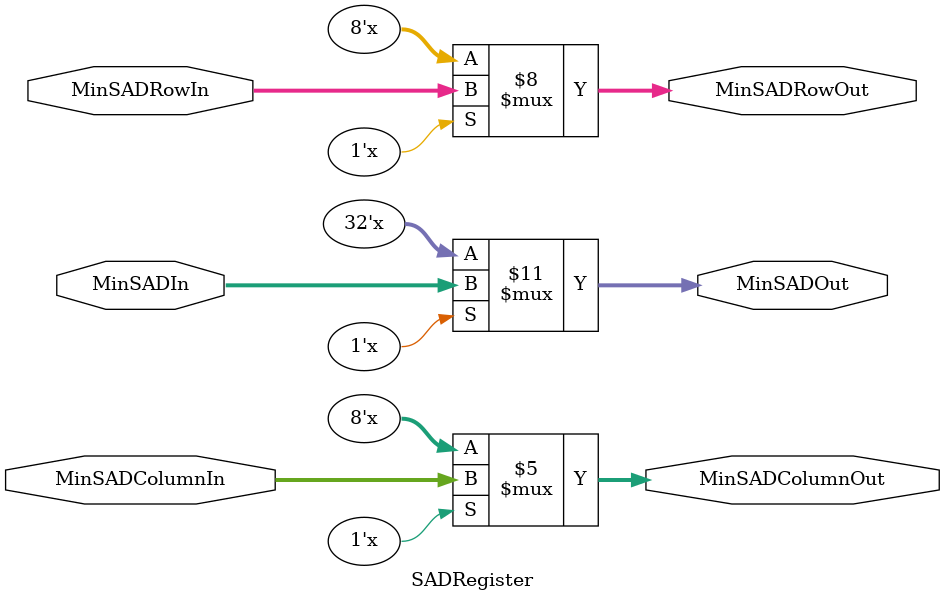
<source format=v>
`timescale 1ns / 1ps

module SADRegister(MinSADIn, MinSADRowIn, MinSADColumnIn, MinSADOut, MinSADRowOut, MinSADColumnOut);
	input [31:0] MinSADIn;
	input [7:0] MinSADRowIn, MinSADColumnIn;
	output reg [31:0] MinSADOut;
	output reg [7:0] MinSADRowOut, MinSADColumnOut;

	initial begin
		MinSADOut <= 32767;
		MinSADRowOut <= 0;
		MinSADColumnOut <= 0;
	end

	always @(*) begin
		if (FirstMinSAD <= MinSADOut) begin
			MinSADOut <= MinSADIn;
			MinSADRowOut <= MinSADRowIn;
			MinSADColumnOut <= MinSADColumnIn;
		end else begin
			MinSADOut <= MinSADOut;
			MinSADRowOut <= MinSADRowOut;
			MinSADColumnOut <= MinSADColumnOut;			
		end
	end
endmodule

</source>
